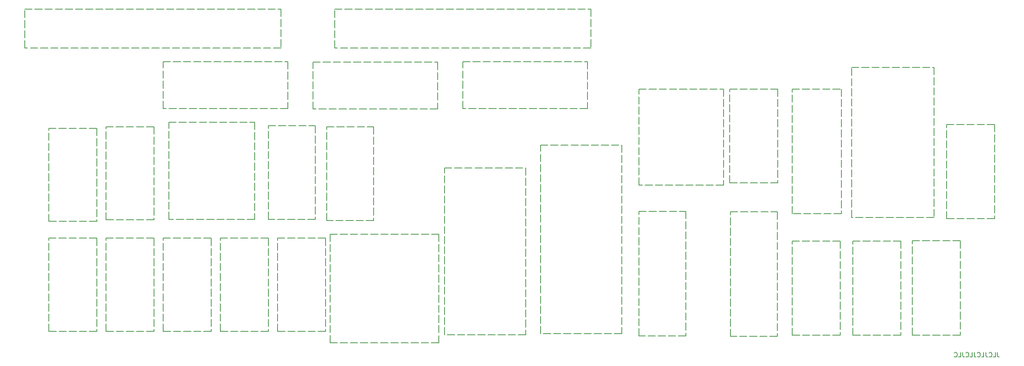
<source format=gbr>
%TF.GenerationSoftware,KiCad,Pcbnew,7.0.8*%
%TF.CreationDate,2023-10-18T18:18:43+01:00*%
%TF.ProjectId,Beep12-Kicad,42656570-3132-42d4-9b69-6361642e6b69,rev?*%
%TF.SameCoordinates,Original*%
%TF.FileFunction,Legend,Bot*%
%TF.FilePolarity,Positive*%
%FSLAX46Y46*%
G04 Gerber Fmt 4.6, Leading zero omitted, Abs format (unit mm)*
G04 Created by KiCad (PCBNEW 7.0.8) date 2023-10-18 18:18:43*
%MOMM*%
%LPD*%
G01*
G04 APERTURE LIST*
%ADD10C,0.150000*%
G04 APERTURE END LIST*
D10*
X250837506Y-154825819D02*
X250837506Y-155540104D01*
X250837506Y-155540104D02*
X250885125Y-155682961D01*
X250885125Y-155682961D02*
X250980363Y-155778200D01*
X250980363Y-155778200D02*
X251123220Y-155825819D01*
X251123220Y-155825819D02*
X251218458Y-155825819D01*
X249885125Y-155825819D02*
X250361315Y-155825819D01*
X250361315Y-155825819D02*
X250361315Y-154825819D01*
X248980363Y-155730580D02*
X249027982Y-155778200D01*
X249027982Y-155778200D02*
X249170839Y-155825819D01*
X249170839Y-155825819D02*
X249266077Y-155825819D01*
X249266077Y-155825819D02*
X249408934Y-155778200D01*
X249408934Y-155778200D02*
X249504172Y-155682961D01*
X249504172Y-155682961D02*
X249551791Y-155587723D01*
X249551791Y-155587723D02*
X249599410Y-155397247D01*
X249599410Y-155397247D02*
X249599410Y-155254390D01*
X249599410Y-155254390D02*
X249551791Y-155063914D01*
X249551791Y-155063914D02*
X249504172Y-154968676D01*
X249504172Y-154968676D02*
X249408934Y-154873438D01*
X249408934Y-154873438D02*
X249266077Y-154825819D01*
X249266077Y-154825819D02*
X249170839Y-154825819D01*
X249170839Y-154825819D02*
X249027982Y-154873438D01*
X249027982Y-154873438D02*
X248980363Y-154921057D01*
X248266077Y-154825819D02*
X248266077Y-155540104D01*
X248266077Y-155540104D02*
X248313696Y-155682961D01*
X248313696Y-155682961D02*
X248408934Y-155778200D01*
X248408934Y-155778200D02*
X248551791Y-155825819D01*
X248551791Y-155825819D02*
X248647029Y-155825819D01*
X247313696Y-155825819D02*
X247789886Y-155825819D01*
X247789886Y-155825819D02*
X247789886Y-154825819D01*
X246408934Y-155730580D02*
X246456553Y-155778200D01*
X246456553Y-155778200D02*
X246599410Y-155825819D01*
X246599410Y-155825819D02*
X246694648Y-155825819D01*
X246694648Y-155825819D02*
X246837505Y-155778200D01*
X246837505Y-155778200D02*
X246932743Y-155682961D01*
X246932743Y-155682961D02*
X246980362Y-155587723D01*
X246980362Y-155587723D02*
X247027981Y-155397247D01*
X247027981Y-155397247D02*
X247027981Y-155254390D01*
X247027981Y-155254390D02*
X246980362Y-155063914D01*
X246980362Y-155063914D02*
X246932743Y-154968676D01*
X246932743Y-154968676D02*
X246837505Y-154873438D01*
X246837505Y-154873438D02*
X246694648Y-154825819D01*
X246694648Y-154825819D02*
X246599410Y-154825819D01*
X246599410Y-154825819D02*
X246456553Y-154873438D01*
X246456553Y-154873438D02*
X246408934Y-154921057D01*
X245694648Y-154825819D02*
X245694648Y-155540104D01*
X245694648Y-155540104D02*
X245742267Y-155682961D01*
X245742267Y-155682961D02*
X245837505Y-155778200D01*
X245837505Y-155778200D02*
X245980362Y-155825819D01*
X245980362Y-155825819D02*
X246075600Y-155825819D01*
X244742267Y-155825819D02*
X245218457Y-155825819D01*
X245218457Y-155825819D02*
X245218457Y-154825819D01*
X243837505Y-155730580D02*
X243885124Y-155778200D01*
X243885124Y-155778200D02*
X244027981Y-155825819D01*
X244027981Y-155825819D02*
X244123219Y-155825819D01*
X244123219Y-155825819D02*
X244266076Y-155778200D01*
X244266076Y-155778200D02*
X244361314Y-155682961D01*
X244361314Y-155682961D02*
X244408933Y-155587723D01*
X244408933Y-155587723D02*
X244456552Y-155397247D01*
X244456552Y-155397247D02*
X244456552Y-155254390D01*
X244456552Y-155254390D02*
X244408933Y-155063914D01*
X244408933Y-155063914D02*
X244361314Y-154968676D01*
X244361314Y-154968676D02*
X244266076Y-154873438D01*
X244266076Y-154873438D02*
X244123219Y-154825819D01*
X244123219Y-154825819D02*
X244027981Y-154825819D01*
X244027981Y-154825819D02*
X243885124Y-154873438D01*
X243885124Y-154873438D02*
X243837505Y-154921057D01*
X243123219Y-154825819D02*
X243123219Y-155540104D01*
X243123219Y-155540104D02*
X243170838Y-155682961D01*
X243170838Y-155682961D02*
X243266076Y-155778200D01*
X243266076Y-155778200D02*
X243408933Y-155825819D01*
X243408933Y-155825819D02*
X243504171Y-155825819D01*
X242170838Y-155825819D02*
X242647028Y-155825819D01*
X242647028Y-155825819D02*
X242647028Y-154825819D01*
X241266076Y-155730580D02*
X241313695Y-155778200D01*
X241313695Y-155778200D02*
X241456552Y-155825819D01*
X241456552Y-155825819D02*
X241551790Y-155825819D01*
X241551790Y-155825819D02*
X241694647Y-155778200D01*
X241694647Y-155778200D02*
X241789885Y-155682961D01*
X241789885Y-155682961D02*
X241837504Y-155587723D01*
X241837504Y-155587723D02*
X241885123Y-155397247D01*
X241885123Y-155397247D02*
X241885123Y-155254390D01*
X241885123Y-155254390D02*
X241837504Y-155063914D01*
X241837504Y-155063914D02*
X241789885Y-154968676D01*
X241789885Y-154968676D02*
X241694647Y-154873438D01*
X241694647Y-154873438D02*
X241551790Y-154825819D01*
X241551790Y-154825819D02*
X241456552Y-154825819D01*
X241456552Y-154825819D02*
X241313695Y-154873438D01*
X241313695Y-154873438D02*
X241266076Y-154921057D01*
X90932000Y-129413000D02*
X92582000Y-129413000D01*
X93182000Y-129413000D02*
X94832000Y-129413000D01*
X95432000Y-129413000D02*
X97082000Y-129413000D01*
X97682000Y-129413000D02*
X99332000Y-129413000D01*
X99932000Y-129413000D02*
X101582000Y-129413000D01*
X101600000Y-129413000D02*
X101600000Y-131063000D01*
X101600000Y-131663000D02*
X101600000Y-133313000D01*
X101600000Y-133913000D02*
X101600000Y-135563000D01*
X101600000Y-136163000D02*
X101600000Y-137813000D01*
X101600000Y-138413000D02*
X101600000Y-140063000D01*
X101600000Y-140663000D02*
X101600000Y-142313000D01*
X101600000Y-142913000D02*
X101600000Y-144563000D01*
X101600000Y-145163000D02*
X101600000Y-146813000D01*
X101600000Y-147413000D02*
X101600000Y-149063000D01*
X101600000Y-149663000D02*
X101600000Y-150114000D01*
X101600000Y-150114000D02*
X99950000Y-150114000D01*
X99350000Y-150114000D02*
X97700000Y-150114000D01*
X97100000Y-150114000D02*
X95450000Y-150114000D01*
X94850000Y-150114000D02*
X93200000Y-150114000D01*
X92600000Y-150114000D02*
X90950000Y-150114000D01*
X90932000Y-150114000D02*
X90932000Y-148464000D01*
X90932000Y-147864000D02*
X90932000Y-146214000D01*
X90932000Y-145614000D02*
X90932000Y-143964000D01*
X90932000Y-143364000D02*
X90932000Y-141714000D01*
X90932000Y-141114000D02*
X90932000Y-139464000D01*
X90932000Y-138864000D02*
X90932000Y-137214000D01*
X90932000Y-136614000D02*
X90932000Y-134964000D01*
X90932000Y-134364000D02*
X90932000Y-132714000D01*
X90932000Y-132114000D02*
X90932000Y-130464000D01*
X90932000Y-129864000D02*
X90932000Y-129413000D01*
X78232000Y-129413000D02*
X79882000Y-129413000D01*
X80482000Y-129413000D02*
X82132000Y-129413000D01*
X82732000Y-129413000D02*
X84382000Y-129413000D01*
X84982000Y-129413000D02*
X86632000Y-129413000D01*
X87232000Y-129413000D02*
X88882000Y-129413000D01*
X88900000Y-129413000D02*
X88900000Y-131063000D01*
X88900000Y-131663000D02*
X88900000Y-133313000D01*
X88900000Y-133913000D02*
X88900000Y-135563000D01*
X88900000Y-136163000D02*
X88900000Y-137813000D01*
X88900000Y-138413000D02*
X88900000Y-140063000D01*
X88900000Y-140663000D02*
X88900000Y-142313000D01*
X88900000Y-142913000D02*
X88900000Y-144563000D01*
X88900000Y-145163000D02*
X88900000Y-146813000D01*
X88900000Y-147413000D02*
X88900000Y-149063000D01*
X88900000Y-149663000D02*
X88900000Y-150114000D01*
X88900000Y-150114000D02*
X87250000Y-150114000D01*
X86650000Y-150114000D02*
X85000000Y-150114000D01*
X84400000Y-150114000D02*
X82750000Y-150114000D01*
X82150000Y-150114000D02*
X80500000Y-150114000D01*
X79900000Y-150114000D02*
X78250000Y-150114000D01*
X78232000Y-150114000D02*
X78232000Y-148464000D01*
X78232000Y-147864000D02*
X78232000Y-146214000D01*
X78232000Y-145614000D02*
X78232000Y-143964000D01*
X78232000Y-143364000D02*
X78232000Y-141714000D01*
X78232000Y-141114000D02*
X78232000Y-139464000D01*
X78232000Y-138864000D02*
X78232000Y-137214000D01*
X78232000Y-136614000D02*
X78232000Y-134964000D01*
X78232000Y-134364000D02*
X78232000Y-132714000D01*
X78232000Y-132114000D02*
X78232000Y-130464000D01*
X78232000Y-129864000D02*
X78232000Y-129413000D01*
X65532000Y-129413000D02*
X67182000Y-129413000D01*
X67782000Y-129413000D02*
X69432000Y-129413000D01*
X70032000Y-129413000D02*
X71682000Y-129413000D01*
X72282000Y-129413000D02*
X73932000Y-129413000D01*
X74532000Y-129413000D02*
X76182000Y-129413000D01*
X76200000Y-129413000D02*
X76200000Y-131063000D01*
X76200000Y-131663000D02*
X76200000Y-133313000D01*
X76200000Y-133913000D02*
X76200000Y-135563000D01*
X76200000Y-136163000D02*
X76200000Y-137813000D01*
X76200000Y-138413000D02*
X76200000Y-140063000D01*
X76200000Y-140663000D02*
X76200000Y-142313000D01*
X76200000Y-142913000D02*
X76200000Y-144563000D01*
X76200000Y-145163000D02*
X76200000Y-146813000D01*
X76200000Y-147413000D02*
X76200000Y-149063000D01*
X76200000Y-149663000D02*
X76200000Y-150114000D01*
X76200000Y-150114000D02*
X74550000Y-150114000D01*
X73950000Y-150114000D02*
X72300000Y-150114000D01*
X71700000Y-150114000D02*
X70050000Y-150114000D01*
X69450000Y-150114000D02*
X67800000Y-150114000D01*
X67200000Y-150114000D02*
X65550000Y-150114000D01*
X65532000Y-150114000D02*
X65532000Y-148464000D01*
X65532000Y-147864000D02*
X65532000Y-146214000D01*
X65532000Y-145614000D02*
X65532000Y-143964000D01*
X65532000Y-143364000D02*
X65532000Y-141714000D01*
X65532000Y-141114000D02*
X65532000Y-139464000D01*
X65532000Y-138864000D02*
X65532000Y-137214000D01*
X65532000Y-136614000D02*
X65532000Y-134964000D01*
X65532000Y-134364000D02*
X65532000Y-132714000D01*
X65532000Y-132114000D02*
X65532000Y-130464000D01*
X65532000Y-129864000D02*
X65532000Y-129413000D01*
X52832000Y-129413000D02*
X54482000Y-129413000D01*
X55082000Y-129413000D02*
X56732000Y-129413000D01*
X57332000Y-129413000D02*
X58982000Y-129413000D01*
X59582000Y-129413000D02*
X61232000Y-129413000D01*
X61832000Y-129413000D02*
X63482000Y-129413000D01*
X63500000Y-129413000D02*
X63500000Y-131063000D01*
X63500000Y-131663000D02*
X63500000Y-133313000D01*
X63500000Y-133913000D02*
X63500000Y-135563000D01*
X63500000Y-136163000D02*
X63500000Y-137813000D01*
X63500000Y-138413000D02*
X63500000Y-140063000D01*
X63500000Y-140663000D02*
X63500000Y-142313000D01*
X63500000Y-142913000D02*
X63500000Y-144563000D01*
X63500000Y-145163000D02*
X63500000Y-146813000D01*
X63500000Y-147413000D02*
X63500000Y-149063000D01*
X63500000Y-149663000D02*
X63500000Y-150114000D01*
X63500000Y-150114000D02*
X61850000Y-150114000D01*
X61250000Y-150114000D02*
X59600000Y-150114000D01*
X59000000Y-150114000D02*
X57350000Y-150114000D01*
X56750000Y-150114000D02*
X55100000Y-150114000D01*
X54500000Y-150114000D02*
X52850000Y-150114000D01*
X52832000Y-150114000D02*
X52832000Y-148464000D01*
X52832000Y-147864000D02*
X52832000Y-146214000D01*
X52832000Y-145614000D02*
X52832000Y-143964000D01*
X52832000Y-143364000D02*
X52832000Y-141714000D01*
X52832000Y-141114000D02*
X52832000Y-139464000D01*
X52832000Y-138864000D02*
X52832000Y-137214000D01*
X52832000Y-136614000D02*
X52832000Y-134964000D01*
X52832000Y-134364000D02*
X52832000Y-132714000D01*
X52832000Y-132114000D02*
X52832000Y-130464000D01*
X52832000Y-129864000D02*
X52832000Y-129413000D01*
X40132000Y-129413000D02*
X41782000Y-129413000D01*
X42382000Y-129413000D02*
X44032000Y-129413000D01*
X44632000Y-129413000D02*
X46282000Y-129413000D01*
X46882000Y-129413000D02*
X48532000Y-129413000D01*
X49132000Y-129413000D02*
X50782000Y-129413000D01*
X50800000Y-129413000D02*
X50800000Y-131063000D01*
X50800000Y-131663000D02*
X50800000Y-133313000D01*
X50800000Y-133913000D02*
X50800000Y-135563000D01*
X50800000Y-136163000D02*
X50800000Y-137813000D01*
X50800000Y-138413000D02*
X50800000Y-140063000D01*
X50800000Y-140663000D02*
X50800000Y-142313000D01*
X50800000Y-142913000D02*
X50800000Y-144563000D01*
X50800000Y-145163000D02*
X50800000Y-146813000D01*
X50800000Y-147413000D02*
X50800000Y-149063000D01*
X50800000Y-149663000D02*
X50800000Y-150114000D01*
X50800000Y-150114000D02*
X49150000Y-150114000D01*
X48550000Y-150114000D02*
X46900000Y-150114000D01*
X46300000Y-150114000D02*
X44650000Y-150114000D01*
X44050000Y-150114000D02*
X42400000Y-150114000D01*
X41800000Y-150114000D02*
X40150000Y-150114000D01*
X40132000Y-150114000D02*
X40132000Y-148464000D01*
X40132000Y-147864000D02*
X40132000Y-146214000D01*
X40132000Y-145614000D02*
X40132000Y-143964000D01*
X40132000Y-143364000D02*
X40132000Y-141714000D01*
X40132000Y-141114000D02*
X40132000Y-139464000D01*
X40132000Y-138864000D02*
X40132000Y-137214000D01*
X40132000Y-136614000D02*
X40132000Y-134964000D01*
X40132000Y-134364000D02*
X40132000Y-132714000D01*
X40132000Y-132114000D02*
X40132000Y-130464000D01*
X40132000Y-129864000D02*
X40132000Y-129413000D01*
X40132000Y-104965500D02*
X41782000Y-104965500D01*
X42382000Y-104965500D02*
X44032000Y-104965500D01*
X44632000Y-104965500D02*
X46282000Y-104965500D01*
X46882000Y-104965500D02*
X48532000Y-104965500D01*
X49132000Y-104965500D02*
X50782000Y-104965500D01*
X50800000Y-104965500D02*
X50800000Y-106615500D01*
X50800000Y-107215500D02*
X50800000Y-108865500D01*
X50800000Y-109465500D02*
X50800000Y-111115500D01*
X50800000Y-111715500D02*
X50800000Y-113365500D01*
X50800000Y-113965500D02*
X50800000Y-115615500D01*
X50800000Y-116215500D02*
X50800000Y-117865500D01*
X50800000Y-118465500D02*
X50800000Y-120115500D01*
X50800000Y-120715500D02*
X50800000Y-122365500D01*
X50800000Y-122965500D02*
X50800000Y-124615500D01*
X50800000Y-125215500D02*
X50800000Y-125666500D01*
X50800000Y-125666500D02*
X49150000Y-125666500D01*
X48550000Y-125666500D02*
X46900000Y-125666500D01*
X46300000Y-125666500D02*
X44650000Y-125666500D01*
X44050000Y-125666500D02*
X42400000Y-125666500D01*
X41800000Y-125666500D02*
X40150000Y-125666500D01*
X40132000Y-125666500D02*
X40132000Y-124016500D01*
X40132000Y-123416500D02*
X40132000Y-121766500D01*
X40132000Y-121166500D02*
X40132000Y-119516500D01*
X40132000Y-118916500D02*
X40132000Y-117266500D01*
X40132000Y-116666500D02*
X40132000Y-115016500D01*
X40132000Y-114416500D02*
X40132000Y-112766500D01*
X40132000Y-112166500D02*
X40132000Y-110516500D01*
X40132000Y-109916500D02*
X40132000Y-108266500D01*
X40132000Y-107666500D02*
X40132000Y-106016500D01*
X40132000Y-105416500D02*
X40132000Y-104965500D01*
X52832000Y-104648000D02*
X54482000Y-104648000D01*
X55082000Y-104648000D02*
X56732000Y-104648000D01*
X57332000Y-104648000D02*
X58982000Y-104648000D01*
X59582000Y-104648000D02*
X61232000Y-104648000D01*
X61832000Y-104648000D02*
X63482000Y-104648000D01*
X63500000Y-104648000D02*
X63500000Y-106298000D01*
X63500000Y-106898000D02*
X63500000Y-108548000D01*
X63500000Y-109148000D02*
X63500000Y-110798000D01*
X63500000Y-111398000D02*
X63500000Y-113048000D01*
X63500000Y-113648000D02*
X63500000Y-115298000D01*
X63500000Y-115898000D02*
X63500000Y-117548000D01*
X63500000Y-118148000D02*
X63500000Y-119798000D01*
X63500000Y-120398000D02*
X63500000Y-122048000D01*
X63500000Y-122648000D02*
X63500000Y-124298000D01*
X63500000Y-124898000D02*
X63500000Y-125349000D01*
X63500000Y-125349000D02*
X61850000Y-125349000D01*
X61250000Y-125349000D02*
X59600000Y-125349000D01*
X59000000Y-125349000D02*
X57350000Y-125349000D01*
X56750000Y-125349000D02*
X55100000Y-125349000D01*
X54500000Y-125349000D02*
X52850000Y-125349000D01*
X52832000Y-125349000D02*
X52832000Y-123699000D01*
X52832000Y-123099000D02*
X52832000Y-121449000D01*
X52832000Y-120849000D02*
X52832000Y-119199000D01*
X52832000Y-118599000D02*
X52832000Y-116949000D01*
X52832000Y-116349000D02*
X52832000Y-114699000D01*
X52832000Y-114099000D02*
X52832000Y-112449000D01*
X52832000Y-111849000D02*
X52832000Y-110199000D01*
X52832000Y-109599000D02*
X52832000Y-107949000D01*
X52832000Y-107349000D02*
X52832000Y-105699000D01*
X52832000Y-105099000D02*
X52832000Y-104648000D01*
X66802000Y-103632000D02*
X68452000Y-103632000D01*
X69052000Y-103632000D02*
X70702000Y-103632000D01*
X71302000Y-103632000D02*
X72952000Y-103632000D01*
X73552000Y-103632000D02*
X75202000Y-103632000D01*
X75802000Y-103632000D02*
X77452000Y-103632000D01*
X78052000Y-103632000D02*
X79702000Y-103632000D01*
X80302000Y-103632000D02*
X81952000Y-103632000D01*
X82552000Y-103632000D02*
X84202000Y-103632000D01*
X84802000Y-103632000D02*
X85852000Y-103632000D01*
X85852000Y-103632000D02*
X85852000Y-105282000D01*
X85852000Y-105882000D02*
X85852000Y-107532000D01*
X85852000Y-108132000D02*
X85852000Y-109782000D01*
X85852000Y-110382000D02*
X85852000Y-112032000D01*
X85852000Y-112632000D02*
X85852000Y-114282000D01*
X85852000Y-114882000D02*
X85852000Y-116532000D01*
X85852000Y-117132000D02*
X85852000Y-118782000D01*
X85852000Y-119382000D02*
X85852000Y-121032000D01*
X85852000Y-121632000D02*
X85852000Y-123282000D01*
X85852000Y-123882000D02*
X85852000Y-125222000D01*
X85852000Y-125222000D02*
X84202000Y-125222000D01*
X83602000Y-125222000D02*
X81952000Y-125222000D01*
X81352000Y-125222000D02*
X79702000Y-125222000D01*
X79102000Y-125222000D02*
X77452000Y-125222000D01*
X76852000Y-125222000D02*
X75202000Y-125222000D01*
X74602000Y-125222000D02*
X72952000Y-125222000D01*
X72352000Y-125222000D02*
X70702000Y-125222000D01*
X70102000Y-125222000D02*
X68452000Y-125222000D01*
X67852000Y-125222000D02*
X66802000Y-125222000D01*
X66802000Y-125222000D02*
X66802000Y-123572000D01*
X66802000Y-122972000D02*
X66802000Y-121322000D01*
X66802000Y-120722000D02*
X66802000Y-119072000D01*
X66802000Y-118472000D02*
X66802000Y-116822000D01*
X66802000Y-116222000D02*
X66802000Y-114572000D01*
X66802000Y-113972000D02*
X66802000Y-112322000D01*
X66802000Y-111722000D02*
X66802000Y-110072000D01*
X66802000Y-109472000D02*
X66802000Y-107822000D01*
X66802000Y-107222000D02*
X66802000Y-105572000D01*
X66802000Y-104972000D02*
X66802000Y-103632000D01*
X88900000Y-104394000D02*
X90550000Y-104394000D01*
X91150000Y-104394000D02*
X92800000Y-104394000D01*
X93400000Y-104394000D02*
X95050000Y-104394000D01*
X95650000Y-104394000D02*
X97300000Y-104394000D01*
X97900000Y-104394000D02*
X99314000Y-104394000D01*
X99314000Y-104394000D02*
X99314000Y-106044000D01*
X99314000Y-106644000D02*
X99314000Y-108294000D01*
X99314000Y-108894000D02*
X99314000Y-110544000D01*
X99314000Y-111144000D02*
X99314000Y-112794000D01*
X99314000Y-113394000D02*
X99314000Y-115044000D01*
X99314000Y-115644000D02*
X99314000Y-117294000D01*
X99314000Y-117894000D02*
X99314000Y-119544000D01*
X99314000Y-120144000D02*
X99314000Y-121794000D01*
X99314000Y-122394000D02*
X99314000Y-124044000D01*
X99314000Y-124644000D02*
X99314000Y-125222000D01*
X99314000Y-125222000D02*
X97664000Y-125222000D01*
X97064000Y-125222000D02*
X95414000Y-125222000D01*
X94814000Y-125222000D02*
X93164000Y-125222000D01*
X92564000Y-125222000D02*
X90914000Y-125222000D01*
X90314000Y-125222000D02*
X88900000Y-125222000D01*
X88900000Y-125222000D02*
X88900000Y-123572000D01*
X88900000Y-122972000D02*
X88900000Y-121322000D01*
X88900000Y-120722000D02*
X88900000Y-119072000D01*
X88900000Y-118472000D02*
X88900000Y-116822000D01*
X88900000Y-116222000D02*
X88900000Y-114572000D01*
X88900000Y-113972000D02*
X88900000Y-112322000D01*
X88900000Y-111722000D02*
X88900000Y-110072000D01*
X88900000Y-109472000D02*
X88900000Y-107822000D01*
X88900000Y-107222000D02*
X88900000Y-105572000D01*
X88900000Y-104972000D02*
X88900000Y-104394000D01*
X101854000Y-104648000D02*
X103504000Y-104648000D01*
X104104000Y-104648000D02*
X105754000Y-104648000D01*
X106354000Y-104648000D02*
X108004000Y-104648000D01*
X108604000Y-104648000D02*
X110254000Y-104648000D01*
X110854000Y-104648000D02*
X112268000Y-104648000D01*
X112268000Y-104648000D02*
X112268000Y-106298000D01*
X112268000Y-106898000D02*
X112268000Y-108548000D01*
X112268000Y-109148000D02*
X112268000Y-110798000D01*
X112268000Y-111398000D02*
X112268000Y-113048000D01*
X112268000Y-113648000D02*
X112268000Y-115298000D01*
X112268000Y-115898000D02*
X112268000Y-117548000D01*
X112268000Y-118148000D02*
X112268000Y-119798000D01*
X112268000Y-120398000D02*
X112268000Y-122048000D01*
X112268000Y-122648000D02*
X112268000Y-124298000D01*
X112268000Y-124898000D02*
X112268000Y-125476000D01*
X112268000Y-125476000D02*
X110618000Y-125476000D01*
X110018000Y-125476000D02*
X108368000Y-125476000D01*
X107768000Y-125476000D02*
X106118000Y-125476000D01*
X105518000Y-125476000D02*
X103868000Y-125476000D01*
X103268000Y-125476000D02*
X101854000Y-125476000D01*
X101854000Y-125476000D02*
X101854000Y-123826000D01*
X101854000Y-123226000D02*
X101854000Y-121576000D01*
X101854000Y-120976000D02*
X101854000Y-119326000D01*
X101854000Y-118726000D02*
X101854000Y-117076000D01*
X101854000Y-116476000D02*
X101854000Y-114826000D01*
X101854000Y-114226000D02*
X101854000Y-112576000D01*
X101854000Y-111976000D02*
X101854000Y-110326000D01*
X101854000Y-109726000D02*
X101854000Y-108076000D01*
X101854000Y-107476000D02*
X101854000Y-105826000D01*
X101854000Y-105226000D02*
X101854000Y-104648000D01*
X102616000Y-128524000D02*
X104266000Y-128524000D01*
X104866000Y-128524000D02*
X106516000Y-128524000D01*
X107116000Y-128524000D02*
X108766000Y-128524000D01*
X109366000Y-128524000D02*
X111016000Y-128524000D01*
X111616000Y-128524000D02*
X113266000Y-128524000D01*
X113866000Y-128524000D02*
X115516000Y-128524000D01*
X116116000Y-128524000D02*
X117766000Y-128524000D01*
X118366000Y-128524000D02*
X120016000Y-128524000D01*
X120616000Y-128524000D02*
X122266000Y-128524000D01*
X122866000Y-128524000D02*
X124516000Y-128524000D01*
X125116000Y-128524000D02*
X126746000Y-128524000D01*
X126746000Y-128524000D02*
X126746000Y-130174000D01*
X126746000Y-130774000D02*
X126746000Y-132424000D01*
X126746000Y-133024000D02*
X126746000Y-134674000D01*
X126746000Y-135274000D02*
X126746000Y-136924000D01*
X126746000Y-137524000D02*
X126746000Y-139174000D01*
X126746000Y-139774000D02*
X126746000Y-141424000D01*
X126746000Y-142024000D02*
X126746000Y-143674000D01*
X126746000Y-144274000D02*
X126746000Y-145924000D01*
X126746000Y-146524000D02*
X126746000Y-148174000D01*
X126746000Y-148774000D02*
X126746000Y-150424000D01*
X126746000Y-151024000D02*
X126746000Y-152654000D01*
X126746000Y-152654000D02*
X125096000Y-152654000D01*
X124496000Y-152654000D02*
X122846000Y-152654000D01*
X122246000Y-152654000D02*
X120596000Y-152654000D01*
X119996000Y-152654000D02*
X118346000Y-152654000D01*
X117746000Y-152654000D02*
X116096000Y-152654000D01*
X115496000Y-152654000D02*
X113846000Y-152654000D01*
X113246000Y-152654000D02*
X111596000Y-152654000D01*
X110996000Y-152654000D02*
X109346000Y-152654000D01*
X108746000Y-152654000D02*
X107096000Y-152654000D01*
X106496000Y-152654000D02*
X104846000Y-152654000D01*
X104246000Y-152654000D02*
X102616000Y-152654000D01*
X102616000Y-152654000D02*
X102616000Y-151004000D01*
X102616000Y-150404000D02*
X102616000Y-148754000D01*
X102616000Y-148154000D02*
X102616000Y-146504000D01*
X102616000Y-145904000D02*
X102616000Y-144254000D01*
X102616000Y-143654000D02*
X102616000Y-142004000D01*
X102616000Y-141404000D02*
X102616000Y-139754000D01*
X102616000Y-139154000D02*
X102616000Y-137504000D01*
X102616000Y-136904000D02*
X102616000Y-135254000D01*
X102616000Y-134654000D02*
X102616000Y-133004000D01*
X102616000Y-132404000D02*
X102616000Y-130754000D01*
X102616000Y-130154000D02*
X102616000Y-128524000D01*
X103632000Y-78486000D02*
X105282000Y-78486000D01*
X105882000Y-78486000D02*
X107532000Y-78486000D01*
X108132000Y-78486000D02*
X109782000Y-78486000D01*
X110382000Y-78486000D02*
X112032000Y-78486000D01*
X112632000Y-78486000D02*
X114282000Y-78486000D01*
X114882000Y-78486000D02*
X116532000Y-78486000D01*
X117132000Y-78486000D02*
X118782000Y-78486000D01*
X119382000Y-78486000D02*
X121032000Y-78486000D01*
X121632000Y-78486000D02*
X123282000Y-78486000D01*
X123882000Y-78486000D02*
X125532000Y-78486000D01*
X126132000Y-78486000D02*
X127782000Y-78486000D01*
X128382000Y-78486000D02*
X130032000Y-78486000D01*
X130632000Y-78486000D02*
X132282000Y-78486000D01*
X132882000Y-78486000D02*
X134532000Y-78486000D01*
X135132000Y-78486000D02*
X136782000Y-78486000D01*
X137382000Y-78486000D02*
X139032000Y-78486000D01*
X139632000Y-78486000D02*
X141282000Y-78486000D01*
X141882000Y-78486000D02*
X143532000Y-78486000D01*
X144132000Y-78486000D02*
X145782000Y-78486000D01*
X146382000Y-78486000D02*
X148032000Y-78486000D01*
X148632000Y-78486000D02*
X150282000Y-78486000D01*
X150882000Y-78486000D02*
X152532000Y-78486000D01*
X153132000Y-78486000D02*
X154782000Y-78486000D01*
X155382000Y-78486000D02*
X157032000Y-78486000D01*
X157632000Y-78486000D02*
X159282000Y-78486000D01*
X159882000Y-78486000D02*
X160528000Y-78486000D01*
X160528000Y-78486000D02*
X160528000Y-80136000D01*
X160528000Y-80736000D02*
X160528000Y-82386000D01*
X160528000Y-82986000D02*
X160528000Y-84636000D01*
X160528000Y-85236000D02*
X160528000Y-86886000D01*
X160528000Y-87122000D02*
X158878000Y-87122000D01*
X158278000Y-87122000D02*
X156628000Y-87122000D01*
X156028000Y-87122000D02*
X154378000Y-87122000D01*
X153778000Y-87122000D02*
X152128000Y-87122000D01*
X151528000Y-87122000D02*
X149878000Y-87122000D01*
X149278000Y-87122000D02*
X147628000Y-87122000D01*
X147028000Y-87122000D02*
X145378000Y-87122000D01*
X144778000Y-87122000D02*
X143128000Y-87122000D01*
X142528000Y-87122000D02*
X140878000Y-87122000D01*
X140278000Y-87122000D02*
X138628000Y-87122000D01*
X138028000Y-87122000D02*
X136378000Y-87122000D01*
X135778000Y-87122000D02*
X134128000Y-87122000D01*
X133528000Y-87122000D02*
X131878000Y-87122000D01*
X131278000Y-87122000D02*
X129628000Y-87122000D01*
X129028000Y-87122000D02*
X127378000Y-87122000D01*
X126778000Y-87122000D02*
X125128000Y-87122000D01*
X124528000Y-87122000D02*
X122878000Y-87122000D01*
X122278000Y-87122000D02*
X120628000Y-87122000D01*
X120028000Y-87122000D02*
X118378000Y-87122000D01*
X117778000Y-87122000D02*
X116128000Y-87122000D01*
X115528000Y-87122000D02*
X113878000Y-87122000D01*
X113278000Y-87122000D02*
X111628000Y-87122000D01*
X111028000Y-87122000D02*
X109378000Y-87122000D01*
X108778000Y-87122000D02*
X107128000Y-87122000D01*
X106528000Y-87122000D02*
X104878000Y-87122000D01*
X104278000Y-87122000D02*
X103632000Y-87122000D01*
X103632000Y-87122000D02*
X103632000Y-85472000D01*
X103632000Y-84872000D02*
X103632000Y-83222000D01*
X103632000Y-82622000D02*
X103632000Y-80972000D01*
X103632000Y-80372000D02*
X103632000Y-78722000D01*
X34798000Y-78486000D02*
X36448000Y-78486000D01*
X37048000Y-78486000D02*
X38698000Y-78486000D01*
X39298000Y-78486000D02*
X40948000Y-78486000D01*
X41548000Y-78486000D02*
X43198000Y-78486000D01*
X43798000Y-78486000D02*
X45448000Y-78486000D01*
X46048000Y-78486000D02*
X47698000Y-78486000D01*
X48298000Y-78486000D02*
X49948000Y-78486000D01*
X50548000Y-78486000D02*
X52198000Y-78486000D01*
X52798000Y-78486000D02*
X54448000Y-78486000D01*
X55048000Y-78486000D02*
X56698000Y-78486000D01*
X57298000Y-78486000D02*
X58948000Y-78486000D01*
X59548000Y-78486000D02*
X61198000Y-78486000D01*
X61798000Y-78486000D02*
X63448000Y-78486000D01*
X64048000Y-78486000D02*
X65698000Y-78486000D01*
X66298000Y-78486000D02*
X67948000Y-78486000D01*
X68548000Y-78486000D02*
X70198000Y-78486000D01*
X70798000Y-78486000D02*
X72448000Y-78486000D01*
X73048000Y-78486000D02*
X74698000Y-78486000D01*
X75298000Y-78486000D02*
X76948000Y-78486000D01*
X77548000Y-78486000D02*
X79198000Y-78486000D01*
X79798000Y-78486000D02*
X81448000Y-78486000D01*
X82048000Y-78486000D02*
X83698000Y-78486000D01*
X84298000Y-78486000D02*
X85948000Y-78486000D01*
X86548000Y-78486000D02*
X88198000Y-78486000D01*
X88798000Y-78486000D02*
X90448000Y-78486000D01*
X91048000Y-78486000D02*
X91694000Y-78486000D01*
X91694000Y-78486000D02*
X91694000Y-80136000D01*
X91694000Y-80736000D02*
X91694000Y-82386000D01*
X91694000Y-82986000D02*
X91694000Y-84636000D01*
X91694000Y-85236000D02*
X91694000Y-86886000D01*
X91694000Y-87122000D02*
X90044000Y-87122000D01*
X89444000Y-87122000D02*
X87794000Y-87122000D01*
X87194000Y-87122000D02*
X85544000Y-87122000D01*
X84944000Y-87122000D02*
X83294000Y-87122000D01*
X82694000Y-87122000D02*
X81044000Y-87122000D01*
X80444000Y-87122000D02*
X78794000Y-87122000D01*
X78194000Y-87122000D02*
X76544000Y-87122000D01*
X75944000Y-87122000D02*
X74294000Y-87122000D01*
X73694000Y-87122000D02*
X72044000Y-87122000D01*
X71444000Y-87122000D02*
X69794000Y-87122000D01*
X69194000Y-87122000D02*
X67544000Y-87122000D01*
X66944000Y-87122000D02*
X65294000Y-87122000D01*
X64694000Y-87122000D02*
X63044000Y-87122000D01*
X62444000Y-87122000D02*
X60794000Y-87122000D01*
X60194000Y-87122000D02*
X58544000Y-87122000D01*
X57944000Y-87122000D02*
X56294000Y-87122000D01*
X55694000Y-87122000D02*
X54044000Y-87122000D01*
X53444000Y-87122000D02*
X51794000Y-87122000D01*
X51194000Y-87122000D02*
X49544000Y-87122000D01*
X48944000Y-87122000D02*
X47294000Y-87122000D01*
X46694000Y-87122000D02*
X45044000Y-87122000D01*
X44444000Y-87122000D02*
X42794000Y-87122000D01*
X42194000Y-87122000D02*
X40544000Y-87122000D01*
X39944000Y-87122000D02*
X38294000Y-87122000D01*
X37694000Y-87122000D02*
X36044000Y-87122000D01*
X35444000Y-87122000D02*
X34798000Y-87122000D01*
X34798000Y-87122000D02*
X34798000Y-85472000D01*
X34798000Y-84872000D02*
X34798000Y-83222000D01*
X34798000Y-82622000D02*
X34798000Y-80972000D01*
X34798000Y-80372000D02*
X34798000Y-78722000D01*
X65532000Y-90170000D02*
X67182000Y-90170000D01*
X67782000Y-90170000D02*
X69432000Y-90170000D01*
X70032000Y-90170000D02*
X71682000Y-90170000D01*
X72282000Y-90170000D02*
X73932000Y-90170000D01*
X74532000Y-90170000D02*
X76182000Y-90170000D01*
X76782000Y-90170000D02*
X78432000Y-90170000D01*
X79032000Y-90170000D02*
X80682000Y-90170000D01*
X81282000Y-90170000D02*
X82932000Y-90170000D01*
X83532000Y-90170000D02*
X85182000Y-90170000D01*
X85782000Y-90170000D02*
X87432000Y-90170000D01*
X88032000Y-90170000D02*
X89682000Y-90170000D01*
X90282000Y-90170000D02*
X91932000Y-90170000D01*
X92532000Y-90170000D02*
X93218000Y-90170000D01*
X93218000Y-90170000D02*
X93218000Y-91820000D01*
X93218000Y-92420000D02*
X93218000Y-94070000D01*
X93218000Y-94670000D02*
X93218000Y-96320000D01*
X93218000Y-96920000D02*
X93218000Y-98570000D01*
X93218000Y-99170000D02*
X93218000Y-100584000D01*
X93218000Y-100584000D02*
X91568000Y-100584000D01*
X90968000Y-100584000D02*
X89318000Y-100584000D01*
X88718000Y-100584000D02*
X87068000Y-100584000D01*
X86468000Y-100584000D02*
X84818000Y-100584000D01*
X84218000Y-100584000D02*
X82568000Y-100584000D01*
X81968000Y-100584000D02*
X80318000Y-100584000D01*
X79718000Y-100584000D02*
X78068000Y-100584000D01*
X77468000Y-100584000D02*
X75818000Y-100584000D01*
X75218000Y-100584000D02*
X73568000Y-100584000D01*
X72968000Y-100584000D02*
X71318000Y-100584000D01*
X70718000Y-100584000D02*
X69068000Y-100584000D01*
X68468000Y-100584000D02*
X66818000Y-100584000D01*
X66218000Y-100584000D02*
X65532000Y-100584000D01*
X65532000Y-100584000D02*
X65532000Y-98934000D01*
X65532000Y-98334000D02*
X65532000Y-96684000D01*
X65532000Y-96084000D02*
X65532000Y-94434000D01*
X65532000Y-93834000D02*
X65532000Y-92184000D01*
X65532000Y-91584000D02*
X65532000Y-90170000D01*
X98806000Y-90297000D02*
X100456000Y-90297000D01*
X101056000Y-90297000D02*
X102706000Y-90297000D01*
X103306000Y-90297000D02*
X104956000Y-90297000D01*
X105556000Y-90297000D02*
X107206000Y-90297000D01*
X107806000Y-90297000D02*
X109456000Y-90297000D01*
X110056000Y-90297000D02*
X111706000Y-90297000D01*
X112306000Y-90297000D02*
X113956000Y-90297000D01*
X114556000Y-90297000D02*
X116206000Y-90297000D01*
X116806000Y-90297000D02*
X118456000Y-90297000D01*
X119056000Y-90297000D02*
X120706000Y-90297000D01*
X121306000Y-90297000D02*
X122956000Y-90297000D01*
X123556000Y-90297000D02*
X125206000Y-90297000D01*
X125806000Y-90297000D02*
X126492000Y-90297000D01*
X126492000Y-90297000D02*
X126492000Y-91947000D01*
X126492000Y-92547000D02*
X126492000Y-94197000D01*
X126492000Y-94797000D02*
X126492000Y-96447000D01*
X126492000Y-97047000D02*
X126492000Y-98697000D01*
X126492000Y-99297000D02*
X126492000Y-100711000D01*
X126492000Y-100711000D02*
X124842000Y-100711000D01*
X124242000Y-100711000D02*
X122592000Y-100711000D01*
X121992000Y-100711000D02*
X120342000Y-100711000D01*
X119742000Y-100711000D02*
X118092000Y-100711000D01*
X117492000Y-100711000D02*
X115842000Y-100711000D01*
X115242000Y-100711000D02*
X113592000Y-100711000D01*
X112992000Y-100711000D02*
X111342000Y-100711000D01*
X110742000Y-100711000D02*
X109092000Y-100711000D01*
X108492000Y-100711000D02*
X106842000Y-100711000D01*
X106242000Y-100711000D02*
X104592000Y-100711000D01*
X103992000Y-100711000D02*
X102342000Y-100711000D01*
X101742000Y-100711000D02*
X100092000Y-100711000D01*
X99492000Y-100711000D02*
X98806000Y-100711000D01*
X98806000Y-100711000D02*
X98806000Y-99061000D01*
X98806000Y-98461000D02*
X98806000Y-96811000D01*
X98806000Y-96211000D02*
X98806000Y-94561000D01*
X98806000Y-93961000D02*
X98806000Y-92311000D01*
X98806000Y-91711000D02*
X98806000Y-90297000D01*
X132080000Y-90170000D02*
X133730000Y-90170000D01*
X134330000Y-90170000D02*
X135980000Y-90170000D01*
X136580000Y-90170000D02*
X138230000Y-90170000D01*
X138830000Y-90170000D02*
X140480000Y-90170000D01*
X141080000Y-90170000D02*
X142730000Y-90170000D01*
X143330000Y-90170000D02*
X144980000Y-90170000D01*
X145580000Y-90170000D02*
X147230000Y-90170000D01*
X147830000Y-90170000D02*
X149480000Y-90170000D01*
X150080000Y-90170000D02*
X151730000Y-90170000D01*
X152330000Y-90170000D02*
X153980000Y-90170000D01*
X154580000Y-90170000D02*
X156230000Y-90170000D01*
X156830000Y-90170000D02*
X158480000Y-90170000D01*
X159080000Y-90170000D02*
X159766000Y-90170000D01*
X159766000Y-90170000D02*
X159766000Y-91820000D01*
X159766000Y-92420000D02*
X159766000Y-94070000D01*
X159766000Y-94670000D02*
X159766000Y-96320000D01*
X159766000Y-96920000D02*
X159766000Y-98570000D01*
X159766000Y-99170000D02*
X159766000Y-100584000D01*
X159766000Y-100584000D02*
X158116000Y-100584000D01*
X157516000Y-100584000D02*
X155866000Y-100584000D01*
X155266000Y-100584000D02*
X153616000Y-100584000D01*
X153016000Y-100584000D02*
X151366000Y-100584000D01*
X150766000Y-100584000D02*
X149116000Y-100584000D01*
X148516000Y-100584000D02*
X146866000Y-100584000D01*
X146266000Y-100584000D02*
X144616000Y-100584000D01*
X144016000Y-100584000D02*
X142366000Y-100584000D01*
X141766000Y-100584000D02*
X140116000Y-100584000D01*
X139516000Y-100584000D02*
X137866000Y-100584000D01*
X137266000Y-100584000D02*
X135616000Y-100584000D01*
X135016000Y-100584000D02*
X133366000Y-100584000D01*
X132766000Y-100584000D02*
X132080000Y-100584000D01*
X132080000Y-100584000D02*
X132080000Y-98934000D01*
X132080000Y-98334000D02*
X132080000Y-96684000D01*
X132080000Y-96084000D02*
X132080000Y-94434000D01*
X132080000Y-93834000D02*
X132080000Y-92184000D01*
X132080000Y-91584000D02*
X132080000Y-90170000D01*
X171196000Y-96266000D02*
X172846000Y-96266000D01*
X173446000Y-96266000D02*
X175096000Y-96266000D01*
X175696000Y-96266000D02*
X177346000Y-96266000D01*
X177946000Y-96266000D02*
X179596000Y-96266000D01*
X180196000Y-96266000D02*
X181846000Y-96266000D01*
X182446000Y-96266000D02*
X184096000Y-96266000D01*
X184696000Y-96266000D02*
X186346000Y-96266000D01*
X186946000Y-96266000D02*
X188596000Y-96266000D01*
X189196000Y-96266000D02*
X189992000Y-96266000D01*
X189992000Y-96266000D02*
X189992000Y-97916000D01*
X189992000Y-98516000D02*
X189992000Y-100166000D01*
X189992000Y-100766000D02*
X189992000Y-102416000D01*
X189992000Y-103016000D02*
X189992000Y-104666000D01*
X189992000Y-105266000D02*
X189992000Y-106916000D01*
X189992000Y-107516000D02*
X189992000Y-109166000D01*
X189992000Y-109766000D02*
X189992000Y-111416000D01*
X189992000Y-112016000D02*
X189992000Y-113666000D01*
X189992000Y-114266000D02*
X189992000Y-115916000D01*
X189992000Y-116516000D02*
X189992000Y-117602000D01*
X189992000Y-117602000D02*
X188342000Y-117602000D01*
X187742000Y-117602000D02*
X186092000Y-117602000D01*
X185492000Y-117602000D02*
X183842000Y-117602000D01*
X183242000Y-117602000D02*
X181592000Y-117602000D01*
X180992000Y-117602000D02*
X179342000Y-117602000D01*
X178742000Y-117602000D02*
X177092000Y-117602000D01*
X176492000Y-117602000D02*
X174842000Y-117602000D01*
X174242000Y-117602000D02*
X172592000Y-117602000D01*
X171992000Y-117602000D02*
X171196000Y-117602000D01*
X171196000Y-117602000D02*
X171196000Y-115952000D01*
X171196000Y-115352000D02*
X171196000Y-113702000D01*
X171196000Y-113102000D02*
X171196000Y-111452000D01*
X171196000Y-110852000D02*
X171196000Y-109202000D01*
X171196000Y-108602000D02*
X171196000Y-106952000D01*
X171196000Y-106352000D02*
X171196000Y-104702000D01*
X171196000Y-104102000D02*
X171196000Y-102452000D01*
X171196000Y-101852000D02*
X171196000Y-100202000D01*
X171196000Y-99602000D02*
X171196000Y-97952000D01*
X171196000Y-97352000D02*
X171196000Y-96266000D01*
X191389000Y-96266000D02*
X193039000Y-96266000D01*
X193639000Y-96266000D02*
X195289000Y-96266000D01*
X195889000Y-96266000D02*
X197539000Y-96266000D01*
X198139000Y-96266000D02*
X199789000Y-96266000D01*
X200389000Y-96266000D02*
X202039000Y-96266000D01*
X202057000Y-96266000D02*
X202057000Y-97916000D01*
X202057000Y-98516000D02*
X202057000Y-100166000D01*
X202057000Y-100766000D02*
X202057000Y-102416000D01*
X202057000Y-103016000D02*
X202057000Y-104666000D01*
X202057000Y-105266000D02*
X202057000Y-106916000D01*
X202057000Y-107516000D02*
X202057000Y-109166000D01*
X202057000Y-109766000D02*
X202057000Y-111416000D01*
X202057000Y-112016000D02*
X202057000Y-113666000D01*
X202057000Y-114266000D02*
X202057000Y-115916000D01*
X202057000Y-116516000D02*
X202057000Y-117094000D01*
X202057000Y-117094000D02*
X200407000Y-117094000D01*
X199807000Y-117094000D02*
X198157000Y-117094000D01*
X197557000Y-117094000D02*
X195907000Y-117094000D01*
X195307000Y-117094000D02*
X193657000Y-117094000D01*
X193057000Y-117094000D02*
X191407000Y-117094000D01*
X191389000Y-117094000D02*
X191389000Y-115444000D01*
X191389000Y-114844000D02*
X191389000Y-113194000D01*
X191389000Y-112594000D02*
X191389000Y-110944000D01*
X191389000Y-110344000D02*
X191389000Y-108694000D01*
X191389000Y-108094000D02*
X191389000Y-106444000D01*
X191389000Y-105844000D02*
X191389000Y-104194000D01*
X191389000Y-103594000D02*
X191389000Y-101944000D01*
X191389000Y-101344000D02*
X191389000Y-99694000D01*
X191389000Y-99094000D02*
X191389000Y-97444000D01*
X191389000Y-96844000D02*
X191389000Y-96266000D01*
X205232000Y-96266000D02*
X206882000Y-96266000D01*
X207482000Y-96266000D02*
X209132000Y-96266000D01*
X209732000Y-96266000D02*
X211382000Y-96266000D01*
X211982000Y-96266000D02*
X213632000Y-96266000D01*
X214232000Y-96266000D02*
X215882000Y-96266000D01*
X216154000Y-96266000D02*
X216154000Y-97916000D01*
X216154000Y-98516000D02*
X216154000Y-100166000D01*
X216154000Y-100766000D02*
X216154000Y-102416000D01*
X216154000Y-103016000D02*
X216154000Y-104666000D01*
X216154000Y-105266000D02*
X216154000Y-106916000D01*
X216154000Y-107516000D02*
X216154000Y-109166000D01*
X216154000Y-109766000D02*
X216154000Y-111416000D01*
X216154000Y-112016000D02*
X216154000Y-113666000D01*
X216154000Y-114266000D02*
X216154000Y-115916000D01*
X216154000Y-116516000D02*
X216154000Y-118166000D01*
X216154000Y-118766000D02*
X216154000Y-120416000D01*
X216154000Y-121016000D02*
X216154000Y-122666000D01*
X216154000Y-123266000D02*
X216154000Y-123952000D01*
X216154000Y-123952000D02*
X214504000Y-123952000D01*
X213904000Y-123952000D02*
X212254000Y-123952000D01*
X211654000Y-123952000D02*
X210004000Y-123952000D01*
X209404000Y-123952000D02*
X207754000Y-123952000D01*
X207154000Y-123952000D02*
X205504000Y-123952000D01*
X205232000Y-123952000D02*
X205232000Y-122302000D01*
X205232000Y-121702000D02*
X205232000Y-120052000D01*
X205232000Y-119452000D02*
X205232000Y-117802000D01*
X205232000Y-117202000D02*
X205232000Y-115552000D01*
X205232000Y-114952000D02*
X205232000Y-113302000D01*
X205232000Y-112702000D02*
X205232000Y-111052000D01*
X205232000Y-110452000D02*
X205232000Y-108802000D01*
X205232000Y-108202000D02*
X205232000Y-106552000D01*
X205232000Y-105952000D02*
X205232000Y-104302000D01*
X205232000Y-103702000D02*
X205232000Y-102052000D01*
X205232000Y-101452000D02*
X205232000Y-99802000D01*
X205232000Y-99202000D02*
X205232000Y-97552000D01*
X205232000Y-96952000D02*
X205232000Y-96266000D01*
X218440000Y-91440000D02*
X220090000Y-91440000D01*
X220690000Y-91440000D02*
X222340000Y-91440000D01*
X222940000Y-91440000D02*
X224590000Y-91440000D01*
X225190000Y-91440000D02*
X226840000Y-91440000D01*
X227440000Y-91440000D02*
X229090000Y-91440000D01*
X229690000Y-91440000D02*
X231340000Y-91440000D01*
X231940000Y-91440000D02*
X233590000Y-91440000D01*
X234190000Y-91440000D02*
X235840000Y-91440000D01*
X236440000Y-91440000D02*
X236728000Y-91440000D01*
X236728000Y-91440000D02*
X236728000Y-93090000D01*
X236728000Y-93690000D02*
X236728000Y-95340000D01*
X236728000Y-95940000D02*
X236728000Y-97590000D01*
X236728000Y-98190000D02*
X236728000Y-99840000D01*
X236728000Y-100440000D02*
X236728000Y-102090000D01*
X236728000Y-102690000D02*
X236728000Y-104340000D01*
X236728000Y-104940000D02*
X236728000Y-106590000D01*
X236728000Y-107190000D02*
X236728000Y-108840000D01*
X236728000Y-109440000D02*
X236728000Y-111090000D01*
X236728000Y-111690000D02*
X236728000Y-113340000D01*
X236728000Y-113940000D02*
X236728000Y-115590000D01*
X236728000Y-116190000D02*
X236728000Y-117840000D01*
X236728000Y-118440000D02*
X236728000Y-120090000D01*
X236728000Y-120690000D02*
X236728000Y-122340000D01*
X236728000Y-122940000D02*
X236728000Y-124590000D01*
X236728000Y-124777500D02*
X235078000Y-124777500D01*
X234478000Y-124777500D02*
X232828000Y-124777500D01*
X232228000Y-124777500D02*
X230578000Y-124777500D01*
X229978000Y-124777500D02*
X228328000Y-124777500D01*
X227728000Y-124777500D02*
X226078000Y-124777500D01*
X225478000Y-124777500D02*
X223828000Y-124777500D01*
X223228000Y-124777500D02*
X221578000Y-124777500D01*
X220978000Y-124777500D02*
X219328000Y-124777500D01*
X218728000Y-124777500D02*
X218440000Y-124777500D01*
X218440000Y-124777500D02*
X218440000Y-123127500D01*
X218440000Y-122527500D02*
X218440000Y-120877500D01*
X218440000Y-120277500D02*
X218440000Y-118627500D01*
X218440000Y-118027500D02*
X218440000Y-116377500D01*
X218440000Y-115777500D02*
X218440000Y-114127500D01*
X218440000Y-113527500D02*
X218440000Y-111877500D01*
X218440000Y-111277500D02*
X218440000Y-109627500D01*
X218440000Y-109027500D02*
X218440000Y-107377500D01*
X218440000Y-106777500D02*
X218440000Y-105127500D01*
X218440000Y-104527500D02*
X218440000Y-102877500D01*
X218440000Y-102277500D02*
X218440000Y-100627500D01*
X218440000Y-100027500D02*
X218440000Y-98377500D01*
X218440000Y-97777500D02*
X218440000Y-96127500D01*
X218440000Y-95527500D02*
X218440000Y-93877500D01*
X218440000Y-93277500D02*
X218440000Y-91627500D01*
X239522000Y-104140000D02*
X241172000Y-104140000D01*
X241772000Y-104140000D02*
X243422000Y-104140000D01*
X244022000Y-104140000D02*
X245672000Y-104140000D01*
X246272000Y-104140000D02*
X247922000Y-104140000D01*
X248522000Y-104140000D02*
X250172000Y-104140000D01*
X250190000Y-104140000D02*
X250190000Y-105790000D01*
X250190000Y-106390000D02*
X250190000Y-108040000D01*
X250190000Y-108640000D02*
X250190000Y-110290000D01*
X250190000Y-110890000D02*
X250190000Y-112540000D01*
X250190000Y-113140000D02*
X250190000Y-114790000D01*
X250190000Y-115390000D02*
X250190000Y-117040000D01*
X250190000Y-117640000D02*
X250190000Y-119290000D01*
X250190000Y-119890000D02*
X250190000Y-121540000D01*
X250190000Y-122140000D02*
X250190000Y-123790000D01*
X250190000Y-124390000D02*
X250190000Y-125095000D01*
X250190000Y-125095000D02*
X248540000Y-125095000D01*
X247940000Y-125095000D02*
X246290000Y-125095000D01*
X245690000Y-125095000D02*
X244040000Y-125095000D01*
X243440000Y-125095000D02*
X241790000Y-125095000D01*
X241190000Y-125095000D02*
X239540000Y-125095000D01*
X239522000Y-125095000D02*
X239522000Y-123445000D01*
X239522000Y-122845000D02*
X239522000Y-121195000D01*
X239522000Y-120595000D02*
X239522000Y-118945000D01*
X239522000Y-118345000D02*
X239522000Y-116695000D01*
X239522000Y-116095000D02*
X239522000Y-114445000D01*
X239522000Y-113845000D02*
X239522000Y-112195000D01*
X239522000Y-111595000D02*
X239522000Y-109945000D01*
X239522000Y-109345000D02*
X239522000Y-107695000D01*
X239522000Y-107095000D02*
X239522000Y-105445000D01*
X239522000Y-104845000D02*
X239522000Y-104140000D01*
X231902000Y-129984500D02*
X233552000Y-129984500D01*
X234152000Y-129984500D02*
X235802000Y-129984500D01*
X236402000Y-129984500D02*
X238052000Y-129984500D01*
X238652000Y-129984500D02*
X240302000Y-129984500D01*
X240902000Y-129984500D02*
X242552000Y-129984500D01*
X242570000Y-129984500D02*
X242570000Y-131634500D01*
X242570000Y-132234500D02*
X242570000Y-133884500D01*
X242570000Y-134484500D02*
X242570000Y-136134500D01*
X242570000Y-136734500D02*
X242570000Y-138384500D01*
X242570000Y-138984500D02*
X242570000Y-140634500D01*
X242570000Y-141234500D02*
X242570000Y-142884500D01*
X242570000Y-143484500D02*
X242570000Y-145134500D01*
X242570000Y-145734500D02*
X242570000Y-147384500D01*
X242570000Y-147984500D02*
X242570000Y-149634500D01*
X242570000Y-150234500D02*
X242570000Y-150939500D01*
X242570000Y-150939500D02*
X240920000Y-150939500D01*
X240320000Y-150939500D02*
X238670000Y-150939500D01*
X238070000Y-150939500D02*
X236420000Y-150939500D01*
X235820000Y-150939500D02*
X234170000Y-150939500D01*
X233570000Y-150939500D02*
X231920000Y-150939500D01*
X231902000Y-150939500D02*
X231902000Y-149289500D01*
X231902000Y-148689500D02*
X231902000Y-147039500D01*
X231902000Y-146439500D02*
X231902000Y-144789500D01*
X231902000Y-144189500D02*
X231902000Y-142539500D01*
X231902000Y-141939500D02*
X231902000Y-140289500D01*
X231902000Y-139689500D02*
X231902000Y-138039500D01*
X231902000Y-137439500D02*
X231902000Y-135789500D01*
X231902000Y-135189500D02*
X231902000Y-133539500D01*
X231902000Y-132939500D02*
X231902000Y-131289500D01*
X231902000Y-130689500D02*
X231902000Y-129984500D01*
X218694000Y-130048000D02*
X220344000Y-130048000D01*
X220944000Y-130048000D02*
X222594000Y-130048000D01*
X223194000Y-130048000D02*
X224844000Y-130048000D01*
X225444000Y-130048000D02*
X227094000Y-130048000D01*
X227694000Y-130048000D02*
X229344000Y-130048000D01*
X229362000Y-130048000D02*
X229362000Y-131698000D01*
X229362000Y-132298000D02*
X229362000Y-133948000D01*
X229362000Y-134548000D02*
X229362000Y-136198000D01*
X229362000Y-136798000D02*
X229362000Y-138448000D01*
X229362000Y-139048000D02*
X229362000Y-140698000D01*
X229362000Y-141298000D02*
X229362000Y-142948000D01*
X229362000Y-143548000D02*
X229362000Y-145198000D01*
X229362000Y-145798000D02*
X229362000Y-147448000D01*
X229362000Y-148048000D02*
X229362000Y-149698000D01*
X229362000Y-150298000D02*
X229362000Y-151003000D01*
X229362000Y-151003000D02*
X227712000Y-151003000D01*
X227112000Y-151003000D02*
X225462000Y-151003000D01*
X224862000Y-151003000D02*
X223212000Y-151003000D01*
X222612000Y-151003000D02*
X220962000Y-151003000D01*
X220362000Y-151003000D02*
X218712000Y-151003000D01*
X218694000Y-151003000D02*
X218694000Y-149353000D01*
X218694000Y-148753000D02*
X218694000Y-147103000D01*
X218694000Y-146503000D02*
X218694000Y-144853000D01*
X218694000Y-144253000D02*
X218694000Y-142603000D01*
X218694000Y-142003000D02*
X218694000Y-140353000D01*
X218694000Y-139753000D02*
X218694000Y-138103000D01*
X218694000Y-137503000D02*
X218694000Y-135853000D01*
X218694000Y-135253000D02*
X218694000Y-133603000D01*
X218694000Y-133003000D02*
X218694000Y-131353000D01*
X218694000Y-130753000D02*
X218694000Y-130048000D01*
X205232000Y-130048000D02*
X206882000Y-130048000D01*
X207482000Y-130048000D02*
X209132000Y-130048000D01*
X209732000Y-130048000D02*
X211382000Y-130048000D01*
X211982000Y-130048000D02*
X213632000Y-130048000D01*
X214232000Y-130048000D02*
X215882000Y-130048000D01*
X215900000Y-130048000D02*
X215900000Y-131698000D01*
X215900000Y-132298000D02*
X215900000Y-133948000D01*
X215900000Y-134548000D02*
X215900000Y-136198000D01*
X215900000Y-136798000D02*
X215900000Y-138448000D01*
X215900000Y-139048000D02*
X215900000Y-140698000D01*
X215900000Y-141298000D02*
X215900000Y-142948000D01*
X215900000Y-143548000D02*
X215900000Y-145198000D01*
X215900000Y-145798000D02*
X215900000Y-147448000D01*
X215900000Y-148048000D02*
X215900000Y-149698000D01*
X215900000Y-150298000D02*
X215900000Y-151003000D01*
X215900000Y-151003000D02*
X214250000Y-151003000D01*
X213650000Y-151003000D02*
X212000000Y-151003000D01*
X211400000Y-151003000D02*
X209750000Y-151003000D01*
X209150000Y-151003000D02*
X207500000Y-151003000D01*
X206900000Y-151003000D02*
X205250000Y-151003000D01*
X205232000Y-151003000D02*
X205232000Y-149353000D01*
X205232000Y-148753000D02*
X205232000Y-147103000D01*
X205232000Y-146503000D02*
X205232000Y-144853000D01*
X205232000Y-144253000D02*
X205232000Y-142603000D01*
X205232000Y-142003000D02*
X205232000Y-140353000D01*
X205232000Y-139753000D02*
X205232000Y-138103000D01*
X205232000Y-137503000D02*
X205232000Y-135853000D01*
X205232000Y-135253000D02*
X205232000Y-133603000D01*
X205232000Y-133003000D02*
X205232000Y-131353000D01*
X205232000Y-130753000D02*
X205232000Y-130048000D01*
X191516000Y-123571000D02*
X193166000Y-123571000D01*
X193766000Y-123571000D02*
X195416000Y-123571000D01*
X196016000Y-123571000D02*
X197666000Y-123571000D01*
X198266000Y-123571000D02*
X199916000Y-123571000D01*
X200516000Y-123571000D02*
X201930000Y-123571000D01*
X201930000Y-123571000D02*
X201930000Y-125221000D01*
X201930000Y-125821000D02*
X201930000Y-127471000D01*
X201930000Y-128071000D02*
X201930000Y-129721000D01*
X201930000Y-130321000D02*
X201930000Y-131971000D01*
X201930000Y-132571000D02*
X201930000Y-134221000D01*
X201930000Y-134821000D02*
X201930000Y-136471000D01*
X201930000Y-137071000D02*
X201930000Y-138721000D01*
X201930000Y-139321000D02*
X201930000Y-140971000D01*
X201930000Y-141571000D02*
X201930000Y-143221000D01*
X201930000Y-143821000D02*
X201930000Y-145471000D01*
X201930000Y-146071000D02*
X201930000Y-147721000D01*
X201930000Y-148321000D02*
X201930000Y-149971000D01*
X201930000Y-150571000D02*
X201930000Y-151257000D01*
X201930000Y-151257000D02*
X200280000Y-151257000D01*
X199680000Y-151257000D02*
X198030000Y-151257000D01*
X197430000Y-151257000D02*
X195780000Y-151257000D01*
X195180000Y-151257000D02*
X193530000Y-151257000D01*
X192930000Y-151257000D02*
X191516000Y-151257000D01*
X191516000Y-151257000D02*
X191516000Y-149607000D01*
X191516000Y-149007000D02*
X191516000Y-147357000D01*
X191516000Y-146757000D02*
X191516000Y-145107000D01*
X191516000Y-144507000D02*
X191516000Y-142857000D01*
X191516000Y-142257000D02*
X191516000Y-140607000D01*
X191516000Y-140007000D02*
X191516000Y-138357000D01*
X191516000Y-137757000D02*
X191516000Y-136107000D01*
X191516000Y-135507000D02*
X191516000Y-133857000D01*
X191516000Y-133257000D02*
X191516000Y-131607000D01*
X191516000Y-131007000D02*
X191516000Y-129357000D01*
X191516000Y-128757000D02*
X191516000Y-127107000D01*
X191516000Y-126507000D02*
X191516000Y-124857000D01*
X191516000Y-124257000D02*
X191516000Y-123571000D01*
X171196000Y-123444000D02*
X172846000Y-123444000D01*
X173446000Y-123444000D02*
X175096000Y-123444000D01*
X175696000Y-123444000D02*
X177346000Y-123444000D01*
X177946000Y-123444000D02*
X179596000Y-123444000D01*
X180196000Y-123444000D02*
X181610000Y-123444000D01*
X181610000Y-123444000D02*
X181610000Y-125094000D01*
X181610000Y-125694000D02*
X181610000Y-127344000D01*
X181610000Y-127944000D02*
X181610000Y-129594000D01*
X181610000Y-130194000D02*
X181610000Y-131844000D01*
X181610000Y-132444000D02*
X181610000Y-134094000D01*
X181610000Y-134694000D02*
X181610000Y-136344000D01*
X181610000Y-136944000D02*
X181610000Y-138594000D01*
X181610000Y-139194000D02*
X181610000Y-140844000D01*
X181610000Y-141444000D02*
X181610000Y-143094000D01*
X181610000Y-143694000D02*
X181610000Y-145344000D01*
X181610000Y-145944000D02*
X181610000Y-147594000D01*
X181610000Y-148194000D02*
X181610000Y-149844000D01*
X181610000Y-150444000D02*
X181610000Y-151130000D01*
X181610000Y-151130000D02*
X179960000Y-151130000D01*
X179360000Y-151130000D02*
X177710000Y-151130000D01*
X177110000Y-151130000D02*
X175460000Y-151130000D01*
X174860000Y-151130000D02*
X173210000Y-151130000D01*
X172610000Y-151130000D02*
X171196000Y-151130000D01*
X171196000Y-151130000D02*
X171196000Y-149480000D01*
X171196000Y-148880000D02*
X171196000Y-147230000D01*
X171196000Y-146630000D02*
X171196000Y-144980000D01*
X171196000Y-144380000D02*
X171196000Y-142730000D01*
X171196000Y-142130000D02*
X171196000Y-140480000D01*
X171196000Y-139880000D02*
X171196000Y-138230000D01*
X171196000Y-137630000D02*
X171196000Y-135980000D01*
X171196000Y-135380000D02*
X171196000Y-133730000D01*
X171196000Y-133130000D02*
X171196000Y-131480000D01*
X171196000Y-130880000D02*
X171196000Y-129230000D01*
X171196000Y-128630000D02*
X171196000Y-126980000D01*
X171196000Y-126380000D02*
X171196000Y-124730000D01*
X171196000Y-124130000D02*
X171196000Y-123444000D01*
X149352000Y-108712000D02*
X151002000Y-108712000D01*
X151602000Y-108712000D02*
X153252000Y-108712000D01*
X153852000Y-108712000D02*
X155502000Y-108712000D01*
X156102000Y-108712000D02*
X157752000Y-108712000D01*
X158352000Y-108712000D02*
X160002000Y-108712000D01*
X160602000Y-108712000D02*
X162252000Y-108712000D01*
X162852000Y-108712000D02*
X164502000Y-108712000D01*
X165102000Y-108712000D02*
X166752000Y-108712000D01*
X167352000Y-108712000D02*
X167386000Y-108712000D01*
X167386000Y-108712000D02*
X167386000Y-110362000D01*
X167386000Y-110962000D02*
X167386000Y-112612000D01*
X167386000Y-113212000D02*
X167386000Y-114862000D01*
X167386000Y-115462000D02*
X167386000Y-117112000D01*
X167386000Y-117712000D02*
X167386000Y-119362000D01*
X167386000Y-119962000D02*
X167386000Y-121612000D01*
X167386000Y-122212000D02*
X167386000Y-123862000D01*
X167386000Y-124462000D02*
X167386000Y-126112000D01*
X167386000Y-126712000D02*
X167386000Y-128362000D01*
X167386000Y-128962000D02*
X167386000Y-130612000D01*
X167386000Y-131212000D02*
X167386000Y-132862000D01*
X167386000Y-133462000D02*
X167386000Y-135112000D01*
X167386000Y-135712000D02*
X167386000Y-137362000D01*
X167386000Y-137962000D02*
X167386000Y-139612000D01*
X167386000Y-140212000D02*
X167386000Y-141862000D01*
X167386000Y-142462000D02*
X167386000Y-144112000D01*
X167386000Y-144712000D02*
X167386000Y-146362000D01*
X167386000Y-146962000D02*
X167386000Y-148612000D01*
X167386000Y-149212000D02*
X167386000Y-150622000D01*
X167386000Y-150622000D02*
X165736000Y-150622000D01*
X165136000Y-150622000D02*
X163486000Y-150622000D01*
X162886000Y-150622000D02*
X161236000Y-150622000D01*
X160636000Y-150622000D02*
X158986000Y-150622000D01*
X158386000Y-150622000D02*
X156736000Y-150622000D01*
X156136000Y-150622000D02*
X154486000Y-150622000D01*
X153886000Y-150622000D02*
X152236000Y-150622000D01*
X151636000Y-150622000D02*
X149986000Y-150622000D01*
X149386000Y-150622000D02*
X149352000Y-150622000D01*
X149352000Y-150622000D02*
X149352000Y-148972000D01*
X149352000Y-148372000D02*
X149352000Y-146722000D01*
X149352000Y-146122000D02*
X149352000Y-144472000D01*
X149352000Y-143872000D02*
X149352000Y-142222000D01*
X149352000Y-141622000D02*
X149352000Y-139972000D01*
X149352000Y-139372000D02*
X149352000Y-137722000D01*
X149352000Y-137122000D02*
X149352000Y-135472000D01*
X149352000Y-134872000D02*
X149352000Y-133222000D01*
X149352000Y-132622000D02*
X149352000Y-130972000D01*
X149352000Y-130372000D02*
X149352000Y-128722000D01*
X149352000Y-128122000D02*
X149352000Y-126472000D01*
X149352000Y-125872000D02*
X149352000Y-124222000D01*
X149352000Y-123622000D02*
X149352000Y-121972000D01*
X149352000Y-121372000D02*
X149352000Y-119722000D01*
X149352000Y-119122000D02*
X149352000Y-117472000D01*
X149352000Y-116872000D02*
X149352000Y-115222000D01*
X149352000Y-114622000D02*
X149352000Y-112972000D01*
X149352000Y-112372000D02*
X149352000Y-110722000D01*
X149352000Y-110122000D02*
X149352000Y-108712000D01*
X128016000Y-113792000D02*
X129666000Y-113792000D01*
X130266000Y-113792000D02*
X131916000Y-113792000D01*
X132516000Y-113792000D02*
X134166000Y-113792000D01*
X134766000Y-113792000D02*
X136416000Y-113792000D01*
X137016000Y-113792000D02*
X138666000Y-113792000D01*
X139266000Y-113792000D02*
X140916000Y-113792000D01*
X141516000Y-113792000D02*
X143166000Y-113792000D01*
X143766000Y-113792000D02*
X145416000Y-113792000D01*
X146016000Y-113792000D02*
X146050000Y-113792000D01*
X146050000Y-113792000D02*
X146050000Y-115442000D01*
X146050000Y-116042000D02*
X146050000Y-117692000D01*
X146050000Y-118292000D02*
X146050000Y-119942000D01*
X146050000Y-120542000D02*
X146050000Y-122192000D01*
X146050000Y-122792000D02*
X146050000Y-124442000D01*
X146050000Y-125042000D02*
X146050000Y-126692000D01*
X146050000Y-127292000D02*
X146050000Y-128942000D01*
X146050000Y-129542000D02*
X146050000Y-131192000D01*
X146050000Y-131792000D02*
X146050000Y-133442000D01*
X146050000Y-134042000D02*
X146050000Y-135692000D01*
X146050000Y-136292000D02*
X146050000Y-137942000D01*
X146050000Y-138542000D02*
X146050000Y-140192000D01*
X146050000Y-140792000D02*
X146050000Y-142442000D01*
X146050000Y-143042000D02*
X146050000Y-144692000D01*
X146050000Y-145292000D02*
X146050000Y-146942000D01*
X146050000Y-147542000D02*
X146050000Y-149192000D01*
X146050000Y-149792000D02*
X146050000Y-150876000D01*
X146050000Y-150876000D02*
X144400000Y-150876000D01*
X143800000Y-150876000D02*
X142150000Y-150876000D01*
X141550000Y-150876000D02*
X139900000Y-150876000D01*
X139300000Y-150876000D02*
X137650000Y-150876000D01*
X137050000Y-150876000D02*
X135400000Y-150876000D01*
X134800000Y-150876000D02*
X133150000Y-150876000D01*
X132550000Y-150876000D02*
X130900000Y-150876000D01*
X130300000Y-150876000D02*
X128650000Y-150876000D01*
X128050000Y-150876000D02*
X128016000Y-150876000D01*
X128016000Y-150876000D02*
X128016000Y-149226000D01*
X128016000Y-148626000D02*
X128016000Y-146976000D01*
X128016000Y-146376000D02*
X128016000Y-144726000D01*
X128016000Y-144126000D02*
X128016000Y-142476000D01*
X128016000Y-141876000D02*
X128016000Y-140226000D01*
X128016000Y-139626000D02*
X128016000Y-137976000D01*
X128016000Y-137376000D02*
X128016000Y-135726000D01*
X128016000Y-135126000D02*
X128016000Y-133476000D01*
X128016000Y-132876000D02*
X128016000Y-131226000D01*
X128016000Y-130626000D02*
X128016000Y-128976000D01*
X128016000Y-128376000D02*
X128016000Y-126726000D01*
X128016000Y-126126000D02*
X128016000Y-124476000D01*
X128016000Y-123876000D02*
X128016000Y-122226000D01*
X128016000Y-121626000D02*
X128016000Y-119976000D01*
X128016000Y-119376000D02*
X128016000Y-117726000D01*
X128016000Y-117126000D02*
X128016000Y-115476000D01*
X128016000Y-114876000D02*
X128016000Y-113792000D01*
M02*

</source>
